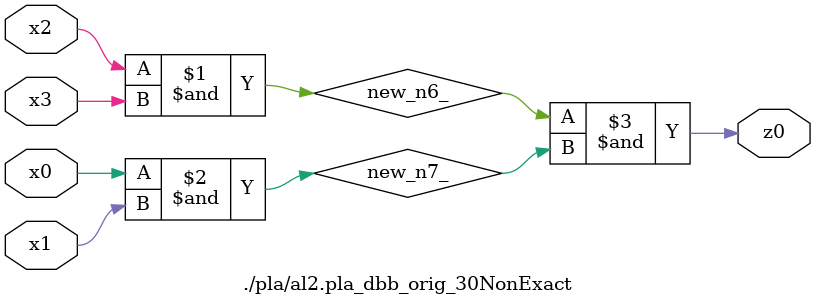
<source format=v>

module \./pla/al2.pla_dbb_orig_30NonExact  ( 
    x0, x1, x2, x3,
    z0  );
  input  x0, x1, x2, x3;
  output z0;
  wire new_n6_, new_n7_;
  assign new_n6_ = x2 & x3;
  assign new_n7_ = x0 & x1;
  assign z0 = new_n6_ & new_n7_;
endmodule



</source>
